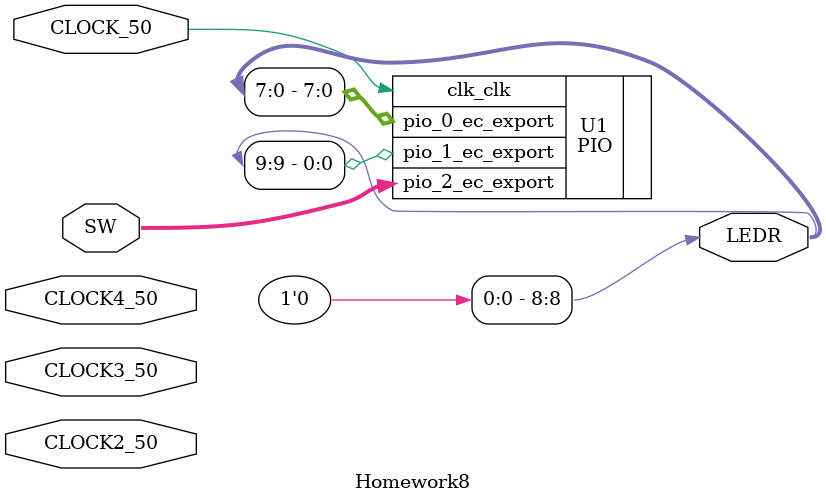
<source format=v>


module Homework8(

	//////////// CLOCK //////////
	input 		          		CLOCK2_50,
	input 		          		CLOCK3_50,
	input 		          		CLOCK4_50,
	input 		          		CLOCK_50,

	//////////// SW //////////
	input 		     [9:0]		SW,

	//////////// LED //////////
	output		     [9:0]		LEDR
);

assign LEDR[8] = 1'b0;

//=======================================================
//  REG/WIRE declarations
//=======================================================
PIO U1 (.clk_clk(CLOCK_50),.pio_0_ec_export(LEDR[7:0]),.pio_1_ec_export(LEDR[9]),.pio_2_ec_export(SW));


//=======================================================
//  Structural coding
//=======================================================



endmodule

</source>
